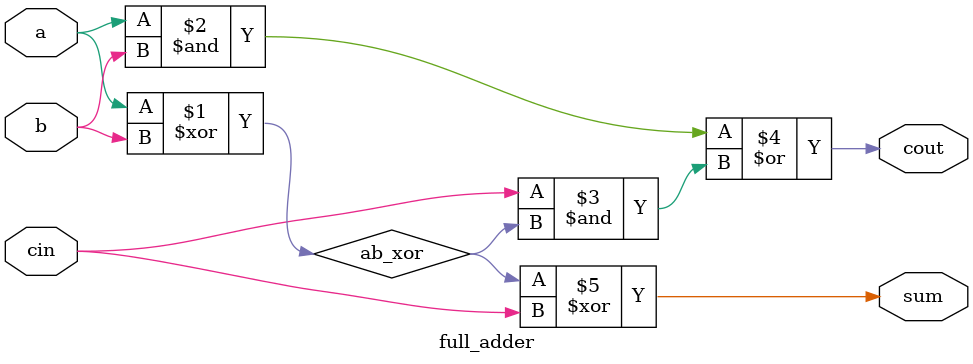
<source format=v>
`timescale 1ns / 1ps


module full_adder(
    output sum, cout,
    input a,
    input b,
    input cin
);

// More efficient
wire ab_xor = a ^ b;

assign cout = (a & b) | (cin & ab_xor);
assign sum = ab_xor ^ cin;

/*
assign sum = a ^ b ^ cin;
assign cout = (a & b) | (b & cin) | (cin & a);
*/
endmodule

</source>
